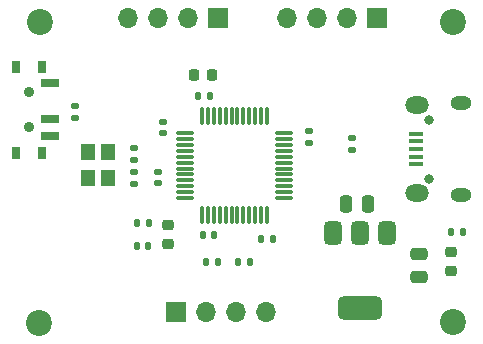
<source format=gbr>
%TF.GenerationSoftware,KiCad,Pcbnew,8.0.8*%
%TF.CreationDate,2025-02-20T15:14:10+05:30*%
%TF.ProjectId,Testing_1,54657374-696e-4675-9f31-2e6b69636164,rev?*%
%TF.SameCoordinates,Original*%
%TF.FileFunction,Soldermask,Top*%
%TF.FilePolarity,Negative*%
%FSLAX46Y46*%
G04 Gerber Fmt 4.6, Leading zero omitted, Abs format (unit mm)*
G04 Created by KiCad (PCBNEW 8.0.8) date 2025-02-20 15:14:10*
%MOMM*%
%LPD*%
G01*
G04 APERTURE LIST*
G04 Aperture macros list*
%AMRoundRect*
0 Rectangle with rounded corners*
0 $1 Rounding radius*
0 $2 $3 $4 $5 $6 $7 $8 $9 X,Y pos of 4 corners*
0 Add a 4 corners polygon primitive as box body*
4,1,4,$2,$3,$4,$5,$6,$7,$8,$9,$2,$3,0*
0 Add four circle primitives for the rounded corners*
1,1,$1+$1,$2,$3*
1,1,$1+$1,$4,$5*
1,1,$1+$1,$6,$7*
1,1,$1+$1,$8,$9*
0 Add four rect primitives between the rounded corners*
20,1,$1+$1,$2,$3,$4,$5,0*
20,1,$1+$1,$4,$5,$6,$7,0*
20,1,$1+$1,$6,$7,$8,$9,0*
20,1,$1+$1,$8,$9,$2,$3,0*%
G04 Aperture macros list end*
%ADD10R,0.800000X1.000000*%
%ADD11C,0.900000*%
%ADD12R,1.500000X0.700000*%
%ADD13C,2.200000*%
%ADD14R,1.200000X1.400000*%
%ADD15RoundRect,0.375000X-0.375000X0.625000X-0.375000X-0.625000X0.375000X-0.625000X0.375000X0.625000X0*%
%ADD16RoundRect,0.500000X-1.400000X0.500000X-1.400000X-0.500000X1.400000X-0.500000X1.400000X0.500000X0*%
%ADD17RoundRect,0.075000X-0.662500X-0.075000X0.662500X-0.075000X0.662500X0.075000X-0.662500X0.075000X0*%
%ADD18RoundRect,0.075000X-0.075000X-0.662500X0.075000X-0.662500X0.075000X0.662500X-0.075000X0.662500X0*%
%ADD19RoundRect,0.135000X-0.135000X-0.185000X0.135000X-0.185000X0.135000X0.185000X-0.135000X0.185000X0*%
%ADD20RoundRect,0.135000X0.135000X0.185000X-0.135000X0.185000X-0.135000X-0.185000X0.135000X-0.185000X0*%
%ADD21RoundRect,0.135000X-0.185000X0.135000X-0.185000X-0.135000X0.185000X-0.135000X0.185000X0.135000X0*%
%ADD22RoundRect,0.135000X0.185000X-0.135000X0.185000X0.135000X-0.185000X0.135000X-0.185000X-0.135000X0*%
%ADD23R,1.700000X1.700000*%
%ADD24O,1.700000X1.700000*%
%ADD25RoundRect,0.218750X-0.256250X0.218750X-0.256250X-0.218750X0.256250X-0.218750X0.256250X0.218750X0*%
%ADD26RoundRect,0.250000X0.475000X-0.250000X0.475000X0.250000X-0.475000X0.250000X-0.475000X-0.250000X0*%
%ADD27RoundRect,0.250000X-0.250000X-0.475000X0.250000X-0.475000X0.250000X0.475000X-0.250000X0.475000X0*%
%ADD28RoundRect,0.140000X0.170000X-0.140000X0.170000X0.140000X-0.170000X0.140000X-0.170000X-0.140000X0*%
%ADD29RoundRect,0.140000X-0.140000X-0.170000X0.140000X-0.170000X0.140000X0.170000X-0.140000X0.170000X0*%
%ADD30RoundRect,0.140000X0.140000X0.170000X-0.140000X0.170000X-0.140000X-0.170000X0.140000X-0.170000X0*%
%ADD31RoundRect,0.225000X-0.225000X-0.250000X0.225000X-0.250000X0.225000X0.250000X-0.225000X0.250000X0*%
%ADD32RoundRect,0.140000X-0.170000X0.140000X-0.170000X-0.140000X0.170000X-0.140000X0.170000X0.140000X0*%
%ADD33O,1.800000X1.150000*%
%ADD34O,2.000000X1.450000*%
%ADD35R,1.300000X0.450000*%
%ADD36O,0.800000X0.800000*%
G04 APERTURE END LIST*
D10*
%TO.C,SW1*%
X108730000Y-73120000D03*
X106520000Y-73120000D03*
D11*
X107620000Y-75270000D03*
X107620000Y-78270000D03*
D10*
X108730000Y-80420000D03*
X106520000Y-80420000D03*
D12*
X109380000Y-74520000D03*
X109380000Y-77520000D03*
X109380000Y-79020000D03*
%TD*%
D13*
%TO.C,H4*%
X108510000Y-69360000D03*
%TD*%
%TO.C,H3*%
X143540000Y-69300000D03*
%TD*%
%TO.C,H1*%
X108470000Y-94810000D03*
%TD*%
D14*
%TO.C,Y1*%
X112590000Y-80380000D03*
X112590000Y-82580000D03*
X114290000Y-82580000D03*
X114290000Y-80380000D03*
%TD*%
D15*
%TO.C,U2*%
X137920000Y-87240000D03*
X135620000Y-87240000D03*
D16*
X135620000Y-93540000D03*
D15*
X133320000Y-87240000D03*
%TD*%
D17*
%TO.C,U1*%
X120837500Y-78750000D03*
X120837500Y-79250000D03*
X120837500Y-79750000D03*
X120837500Y-80250000D03*
X120837500Y-80750000D03*
X120837500Y-81250000D03*
X120837500Y-81750000D03*
X120837500Y-82250000D03*
X120837500Y-82750000D03*
X120837500Y-83250000D03*
X120837500Y-83750000D03*
X120837500Y-84250000D03*
D18*
X122250000Y-85662500D03*
X122750000Y-85662500D03*
X123250000Y-85662500D03*
X123750000Y-85662500D03*
X124250000Y-85662500D03*
X124750000Y-85662500D03*
X125250000Y-85662500D03*
X125750000Y-85662500D03*
X126250000Y-85662500D03*
X126750000Y-85662500D03*
X127250000Y-85662500D03*
X127750000Y-85662500D03*
D17*
X129162500Y-84250000D03*
X129162500Y-83750000D03*
X129162500Y-83250000D03*
X129162500Y-82750000D03*
X129162500Y-82250000D03*
X129162500Y-81750000D03*
X129162500Y-81250000D03*
X129162500Y-80750000D03*
X129162500Y-80250000D03*
X129162500Y-79750000D03*
X129162500Y-79250000D03*
X129162500Y-78750000D03*
D18*
X127750000Y-77337500D03*
X127250000Y-77337500D03*
X126750000Y-77337500D03*
X126250000Y-77337500D03*
X125750000Y-77337500D03*
X125250000Y-77337500D03*
X124750000Y-77337500D03*
X124250000Y-77337500D03*
X123750000Y-77337500D03*
X123250000Y-77337500D03*
X122750000Y-77337500D03*
X122250000Y-77337500D03*
%TD*%
D19*
%TO.C,R6*%
X125300000Y-89680000D03*
X126320000Y-89680000D03*
%TD*%
D20*
%TO.C,R5*%
X123640000Y-89660000D03*
X122620000Y-89660000D03*
%TD*%
D19*
%TO.C,R3*%
X143310000Y-87080000D03*
X144330000Y-87080000D03*
%TD*%
D21*
%TO.C,R2*%
X134920000Y-79150000D03*
X134920000Y-80170000D03*
%TD*%
D22*
%TO.C,R1*%
X111530000Y-77510000D03*
X111530000Y-76490000D03*
%TD*%
D23*
%TO.C,J4*%
X120020000Y-93870000D03*
D24*
X122560000Y-93870000D03*
X125100000Y-93870000D03*
X127640000Y-93870000D03*
%TD*%
D23*
%TO.C,J3*%
X123640000Y-69020000D03*
D24*
X121100000Y-69020000D03*
X118560000Y-69020000D03*
X116020000Y-69020000D03*
%TD*%
D23*
%TO.C,J2*%
X137040000Y-69020000D03*
D24*
X134500000Y-69020000D03*
X131960000Y-69020000D03*
X129420000Y-69020000D03*
%TD*%
D25*
%TO.C,FB1*%
X119410000Y-86552500D03*
X119410000Y-88127500D03*
%TD*%
%TO.C,D1*%
X143330000Y-88822500D03*
X143330000Y-90397500D03*
%TD*%
D26*
%TO.C,C13*%
X140590000Y-90910000D03*
X140590000Y-89010000D03*
%TD*%
D27*
%TO.C,C12*%
X134400000Y-84740000D03*
X136300000Y-84740000D03*
%TD*%
D28*
%TO.C,C11*%
X116500000Y-83020000D03*
X116500000Y-82060000D03*
%TD*%
%TO.C,C10*%
X116500000Y-81000000D03*
X116500000Y-80040000D03*
%TD*%
D29*
%TO.C,C9*%
X122320000Y-87370000D03*
X123280000Y-87370000D03*
%TD*%
D30*
%TO.C,C8*%
X117710000Y-88340000D03*
X116750000Y-88340000D03*
%TD*%
%TO.C,C7*%
X117740000Y-86370000D03*
X116780000Y-86370000D03*
%TD*%
D28*
%TO.C,C6*%
X118500000Y-82960000D03*
X118500000Y-82000000D03*
%TD*%
D31*
%TO.C,C5*%
X121575000Y-73840000D03*
X123125000Y-73840000D03*
%TD*%
D28*
%TO.C,C4*%
X118960000Y-78760000D03*
X118960000Y-77800000D03*
%TD*%
D30*
%TO.C,C3*%
X128220000Y-87680000D03*
X127260000Y-87680000D03*
%TD*%
D32*
%TO.C,C2*%
X131320000Y-79550000D03*
X131320000Y-78590000D03*
%TD*%
D33*
%TO.C,J1*%
X144210000Y-76225000D03*
D34*
X140410000Y-76375000D03*
X140410000Y-83825000D03*
D33*
X144210000Y-83975000D03*
D35*
X140360000Y-78800000D03*
X140360000Y-79450000D03*
X140360000Y-80100000D03*
X140360000Y-80750000D03*
X140360000Y-81400000D03*
D36*
X141460000Y-77600000D03*
X141460000Y-82600000D03*
%TD*%
D13*
%TO.C,H2*%
X143500000Y-94760000D03*
%TD*%
D29*
%TO.C,C1*%
X122910000Y-75590000D03*
X121950000Y-75590000D03*
%TD*%
M02*

</source>
